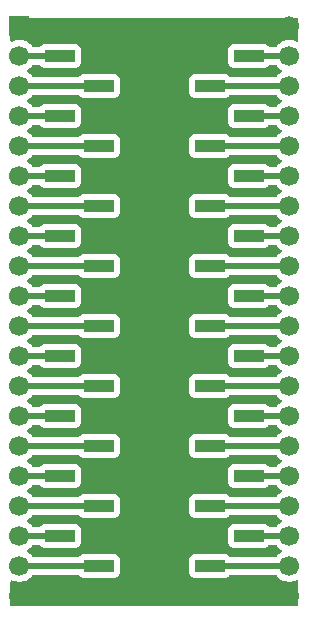
<source format=gbl>
G04 #@! TF.GenerationSoftware,KiCad,Pcbnew,9.0.6*
G04 #@! TF.CreationDate,2026-01-08T15:28:10-06:00*
G04 #@! TF.ProjectId,QFN-36_6x6_P0.5,51464e2d-3336-45f3-9678-365f50302e35,rev?*
G04 #@! TF.SameCoordinates,Original*
G04 #@! TF.FileFunction,Copper,L2,Bot*
G04 #@! TF.FilePolarity,Positive*
%FSLAX46Y46*%
G04 Gerber Fmt 4.6, Leading zero omitted, Abs format (unit mm)*
G04 Created by KiCad (PCBNEW 9.0.6) date 2026-01-08 15:28:10*
%MOMM*%
%LPD*%
G01*
G04 APERTURE LIST*
G04 Aperture macros list*
%AMRotRect*
0 Rectangle, with rotation*
0 The origin of the aperture is its center*
0 $1 length*
0 $2 width*
0 $3 Rotation angle, in degrees counterclockwise*
0 Add horizontal line*
21,1,$1,$2,0,0,$3*%
G04 Aperture macros list end*
G04 #@! TA.AperFunction,HeatsinkPad*
%ADD10C,0.500000*%
G04 #@! TD*
G04 #@! TA.AperFunction,HeatsinkPad*
%ADD11RotRect,2.500000X2.500000X315.000000*%
G04 #@! TD*
G04 #@! TA.AperFunction,SMDPad,CuDef*
%ADD12R,2.510000X1.000000*%
G04 #@! TD*
G04 #@! TA.AperFunction,ComponentPad*
%ADD13C,1.700000*%
G04 #@! TD*
G04 #@! TA.AperFunction,ComponentPad*
%ADD14R,1.700000X1.700000*%
G04 #@! TD*
G04 #@! TA.AperFunction,ViaPad*
%ADD15C,0.600000*%
G04 #@! TD*
G04 #@! TA.AperFunction,Conductor*
%ADD16C,0.500000*%
G04 #@! TD*
G04 APERTURE END LIST*
D10*
X102870000Y-111593210D03*
X102162893Y-112300317D03*
X101455786Y-113007424D03*
X103577107Y-112300317D03*
X102870000Y-113007424D03*
D11*
X102870000Y-113007424D03*
D10*
X102162893Y-113714531D03*
X104284214Y-113007424D03*
X103577107Y-113714531D03*
X102870000Y-114421638D03*
D12*
X107565000Y-90165000D03*
X110875000Y-92705000D03*
X107565000Y-95245000D03*
X110875000Y-97785000D03*
X107565000Y-100325000D03*
X110875000Y-102865000D03*
X107565000Y-105405000D03*
X110875000Y-107945000D03*
X107565000Y-110485000D03*
X110875000Y-113025000D03*
X107565000Y-115565000D03*
X110875000Y-118105000D03*
X107565000Y-120645000D03*
X110875000Y-123185000D03*
X107565000Y-125725000D03*
X110875000Y-128265000D03*
X107565000Y-130805000D03*
X110875000Y-133345000D03*
X107565000Y-135885000D03*
X110875000Y-138425000D03*
X98175000Y-90165000D03*
X94865000Y-92705000D03*
X98175000Y-95245000D03*
X94865000Y-97785000D03*
X98175000Y-100325000D03*
X94865000Y-102865000D03*
X98175000Y-105405000D03*
X94865000Y-107945000D03*
X98175000Y-110485000D03*
X94865000Y-113025000D03*
X98175000Y-115565000D03*
X94865000Y-118105000D03*
X98175000Y-120645000D03*
X94865000Y-123185000D03*
X98175000Y-125725000D03*
X94865000Y-128265000D03*
X98175000Y-130805000D03*
X94865000Y-133345000D03*
X98175000Y-135885000D03*
X94865000Y-138425000D03*
D13*
X114300000Y-90170000D03*
X114300000Y-92710000D03*
X114300000Y-95250000D03*
X114300000Y-97790000D03*
X114300000Y-100330000D03*
X114300000Y-102870000D03*
X114300000Y-105410000D03*
X114300000Y-107950000D03*
X114300000Y-110490000D03*
X114300000Y-113030000D03*
X114300000Y-115570000D03*
X114300000Y-118110000D03*
X114300000Y-120650000D03*
X114300000Y-123190000D03*
X114300000Y-125730000D03*
X114300000Y-128270000D03*
X114300000Y-130810000D03*
X114300000Y-133350000D03*
X114300000Y-135890000D03*
X114300000Y-138430000D03*
D14*
X91440000Y-90170000D03*
D13*
X91440000Y-92710000D03*
X91440000Y-95250000D03*
X91440000Y-97790000D03*
X91440000Y-100330000D03*
X91440000Y-102870000D03*
X91440000Y-105410000D03*
X91440000Y-107950000D03*
X91440000Y-110490000D03*
X91440000Y-113030000D03*
X91440000Y-115570000D03*
X91440000Y-118110000D03*
X91440000Y-120650000D03*
X91440000Y-123190000D03*
X91440000Y-125730000D03*
X91440000Y-128270000D03*
X91440000Y-130810000D03*
X91440000Y-133350000D03*
X91440000Y-135890000D03*
X91440000Y-138430000D03*
D15*
X102870000Y-93726000D03*
X102870000Y-133581424D03*
X102870000Y-108308424D03*
X102870000Y-117706424D03*
D16*
X114295000Y-92705000D02*
X114300000Y-92710000D01*
X110875000Y-92705000D02*
X114295000Y-92705000D01*
X107570000Y-95250000D02*
X107565000Y-95245000D01*
X114300000Y-95250000D02*
X107570000Y-95250000D01*
X114300000Y-97790000D02*
X110880000Y-97790000D01*
X110880000Y-97790000D02*
X110875000Y-97785000D01*
X107565000Y-100325000D02*
X114295000Y-100325000D01*
X114295000Y-100325000D02*
X114300000Y-100330000D01*
X114300000Y-102870000D02*
X110880000Y-102870000D01*
X110880000Y-102870000D02*
X110875000Y-102865000D01*
X114295000Y-105405000D02*
X114300000Y-105410000D01*
X107565000Y-105405000D02*
X114295000Y-105405000D01*
X110880000Y-107950000D02*
X110875000Y-107945000D01*
X114300000Y-107950000D02*
X110880000Y-107950000D01*
X114295000Y-110485000D02*
X114300000Y-110490000D01*
X107565000Y-110485000D02*
X114295000Y-110485000D01*
X110880000Y-113030000D02*
X110875000Y-113025000D01*
X114300000Y-113030000D02*
X110880000Y-113030000D01*
X114295000Y-115565000D02*
X114300000Y-115570000D01*
X107565000Y-115565000D02*
X114295000Y-115565000D01*
X114300000Y-118110000D02*
X110880000Y-118110000D01*
X110880000Y-118110000D02*
X110875000Y-118105000D01*
X107565000Y-120645000D02*
X114295000Y-120645000D01*
X114295000Y-120645000D02*
X114300000Y-120650000D01*
X110880000Y-123190000D02*
X110875000Y-123185000D01*
X114300000Y-123190000D02*
X110880000Y-123190000D01*
X114295000Y-125725000D02*
X114300000Y-125730000D01*
X107565000Y-125725000D02*
X114295000Y-125725000D01*
X114300000Y-128270000D02*
X110880000Y-128270000D01*
X110880000Y-128270000D02*
X110875000Y-128265000D01*
X114295000Y-130805000D02*
X114300000Y-130810000D01*
X107565000Y-130805000D02*
X114295000Y-130805000D01*
X110880000Y-133350000D02*
X110875000Y-133345000D01*
X114300000Y-133350000D02*
X110880000Y-133350000D01*
X114295000Y-135885000D02*
X114300000Y-135890000D01*
X107565000Y-135885000D02*
X114295000Y-135885000D01*
X98170000Y-135890000D02*
X98175000Y-135885000D01*
X91440000Y-135890000D02*
X98170000Y-135890000D01*
X91445000Y-133345000D02*
X91440000Y-133350000D01*
X94865000Y-133345000D02*
X91445000Y-133345000D01*
X98170000Y-130810000D02*
X98175000Y-130805000D01*
X91440000Y-130810000D02*
X98170000Y-130810000D01*
X91445000Y-128265000D02*
X91440000Y-128270000D01*
X94865000Y-128265000D02*
X91445000Y-128265000D01*
X98170000Y-125730000D02*
X98175000Y-125725000D01*
X91440000Y-125730000D02*
X98170000Y-125730000D01*
X94865000Y-123185000D02*
X91445000Y-123185000D01*
X91445000Y-123185000D02*
X91440000Y-123190000D01*
X98170000Y-120650000D02*
X98175000Y-120645000D01*
X91440000Y-120650000D02*
X98170000Y-120650000D01*
X91445000Y-118105000D02*
X91440000Y-118110000D01*
X94865000Y-118105000D02*
X91445000Y-118105000D01*
X98170000Y-115570000D02*
X98175000Y-115565000D01*
X91440000Y-115570000D02*
X98170000Y-115570000D01*
X91445000Y-113025000D02*
X91440000Y-113030000D01*
X94865000Y-113025000D02*
X91445000Y-113025000D01*
X98170000Y-110490000D02*
X98175000Y-110485000D01*
X91440000Y-110490000D02*
X98170000Y-110490000D01*
X94865000Y-107945000D02*
X91445000Y-107945000D01*
X91445000Y-107945000D02*
X91440000Y-107950000D01*
X98170000Y-105410000D02*
X98175000Y-105405000D01*
X91440000Y-105410000D02*
X98170000Y-105410000D01*
X91445000Y-138425000D02*
X91440000Y-138430000D01*
X94865000Y-138425000D02*
X91445000Y-138425000D01*
X110875000Y-138425000D02*
X94865000Y-138425000D01*
X110880000Y-138430000D02*
X110875000Y-138425000D01*
X114300000Y-138430000D02*
X110880000Y-138430000D01*
X114295000Y-90165000D02*
X114300000Y-90170000D01*
X107565000Y-90165000D02*
X114295000Y-90165000D01*
X98175000Y-90165000D02*
X107565000Y-90165000D01*
X91445000Y-102865000D02*
X91440000Y-102870000D01*
X94865000Y-102865000D02*
X91445000Y-102865000D01*
X98170000Y-100330000D02*
X98175000Y-100325000D01*
X91440000Y-100330000D02*
X98170000Y-100330000D01*
X91445000Y-97785000D02*
X91440000Y-97790000D01*
X94865000Y-97785000D02*
X91445000Y-97785000D01*
X98170000Y-95250000D02*
X98175000Y-95245000D01*
X91440000Y-95250000D02*
X98170000Y-95250000D01*
X91445000Y-92705000D02*
X91440000Y-92710000D01*
X94865000Y-92705000D02*
X91445000Y-92705000D01*
X98170000Y-90170000D02*
X98175000Y-90165000D01*
X91440000Y-90170000D02*
X98170000Y-90170000D01*
G04 #@! TA.AperFunction,Conductor*
G36*
X115012539Y-89524609D02*
G01*
X115058294Y-89577413D01*
X115069500Y-89628924D01*
X115069500Y-91384028D01*
X115049815Y-91451067D01*
X114997011Y-91496822D01*
X114927853Y-91506766D01*
X114889206Y-91494513D01*
X114818417Y-91458445D01*
X114818414Y-91458444D01*
X114818412Y-91458443D01*
X114616243Y-91392754D01*
X114616241Y-91392753D01*
X114616240Y-91392753D01*
X114454957Y-91367208D01*
X114406287Y-91359500D01*
X114193713Y-91359500D01*
X114145042Y-91367208D01*
X113983760Y-91392753D01*
X113781585Y-91458444D01*
X113592179Y-91554951D01*
X113420213Y-91679890D01*
X113269892Y-91830211D01*
X113216731Y-91903384D01*
X113161401Y-91946051D01*
X113116412Y-91954500D01*
X112629751Y-91954500D01*
X112562712Y-91934815D01*
X112530485Y-91904812D01*
X112487548Y-91847457D01*
X112487546Y-91847454D01*
X112487542Y-91847451D01*
X112372335Y-91761206D01*
X112372328Y-91761202D01*
X112237482Y-91710908D01*
X112237483Y-91710908D01*
X112177883Y-91704501D01*
X112177881Y-91704500D01*
X112177873Y-91704500D01*
X112177864Y-91704500D01*
X109572129Y-91704500D01*
X109572123Y-91704501D01*
X109512516Y-91710908D01*
X109377671Y-91761202D01*
X109377664Y-91761206D01*
X109262455Y-91847452D01*
X109262452Y-91847455D01*
X109176206Y-91962664D01*
X109176202Y-91962671D01*
X109125908Y-92097517D01*
X109119501Y-92157116D01*
X109119501Y-92157123D01*
X109119500Y-92157135D01*
X109119500Y-93252870D01*
X109119501Y-93252876D01*
X109125908Y-93312483D01*
X109176202Y-93447328D01*
X109176206Y-93447335D01*
X109262452Y-93562544D01*
X109262455Y-93562547D01*
X109377664Y-93648793D01*
X109377671Y-93648797D01*
X109512517Y-93699091D01*
X109512516Y-93699091D01*
X109519444Y-93699835D01*
X109572127Y-93705500D01*
X112177872Y-93705499D01*
X112237483Y-93699091D01*
X112372331Y-93648796D01*
X112487546Y-93562546D01*
X112514227Y-93526903D01*
X112530485Y-93505188D01*
X112586419Y-93463318D01*
X112629751Y-93455500D01*
X113109147Y-93455500D01*
X113176186Y-93475185D01*
X113209466Y-93506616D01*
X113269892Y-93589788D01*
X113420213Y-93740109D01*
X113592182Y-93865050D01*
X113600946Y-93869516D01*
X113651742Y-93917491D01*
X113668536Y-93985312D01*
X113645998Y-94051447D01*
X113600946Y-94090484D01*
X113592182Y-94094949D01*
X113420213Y-94219890D01*
X113269892Y-94370211D01*
X113213097Y-94448385D01*
X113157767Y-94491051D01*
X113112779Y-94499500D01*
X109323494Y-94499500D01*
X109256455Y-94479815D01*
X109224228Y-94449811D01*
X109177551Y-94387460D01*
X109177548Y-94387457D01*
X109177546Y-94387454D01*
X109177542Y-94387451D01*
X109062335Y-94301206D01*
X109062328Y-94301202D01*
X108927482Y-94250908D01*
X108927483Y-94250908D01*
X108867883Y-94244501D01*
X108867881Y-94244500D01*
X108867873Y-94244500D01*
X108867864Y-94244500D01*
X106262129Y-94244500D01*
X106262123Y-94244501D01*
X106202516Y-94250908D01*
X106067671Y-94301202D01*
X106067664Y-94301206D01*
X105952455Y-94387452D01*
X105952452Y-94387455D01*
X105866206Y-94502664D01*
X105866202Y-94502671D01*
X105815908Y-94637517D01*
X105809501Y-94697116D01*
X105809501Y-94697123D01*
X105809500Y-94697135D01*
X105809500Y-95792870D01*
X105809501Y-95792876D01*
X105815908Y-95852483D01*
X105866202Y-95987328D01*
X105866206Y-95987335D01*
X105952452Y-96102544D01*
X105952455Y-96102547D01*
X106067664Y-96188793D01*
X106067671Y-96188797D01*
X106202517Y-96239091D01*
X106202516Y-96239091D01*
X106209444Y-96239835D01*
X106262127Y-96245500D01*
X108867872Y-96245499D01*
X108927483Y-96239091D01*
X109062331Y-96188796D01*
X109177546Y-96102546D01*
X109216740Y-96050190D01*
X109272674Y-96008318D01*
X109316007Y-96000500D01*
X113112779Y-96000500D01*
X113179818Y-96020185D01*
X113213097Y-96051615D01*
X113269892Y-96129788D01*
X113420213Y-96280109D01*
X113592182Y-96405050D01*
X113600946Y-96409516D01*
X113651742Y-96457491D01*
X113668536Y-96525312D01*
X113645998Y-96591447D01*
X113600946Y-96630484D01*
X113592182Y-96634949D01*
X113420213Y-96759890D01*
X113269892Y-96910211D01*
X113213097Y-96988385D01*
X113157767Y-97031051D01*
X113112779Y-97039500D01*
X112633494Y-97039500D01*
X112566455Y-97019815D01*
X112534228Y-96989811D01*
X112487551Y-96927460D01*
X112487548Y-96927457D01*
X112487546Y-96927454D01*
X112487542Y-96927451D01*
X112372335Y-96841206D01*
X112372328Y-96841202D01*
X112237482Y-96790908D01*
X112237483Y-96790908D01*
X112177883Y-96784501D01*
X112177881Y-96784500D01*
X112177873Y-96784500D01*
X112177864Y-96784500D01*
X109572129Y-96784500D01*
X109572123Y-96784501D01*
X109512516Y-96790908D01*
X109377671Y-96841202D01*
X109377664Y-96841206D01*
X109262455Y-96927452D01*
X109262452Y-96927455D01*
X109176206Y-97042664D01*
X109176202Y-97042671D01*
X109125908Y-97177517D01*
X109119501Y-97237116D01*
X109119501Y-97237123D01*
X109119500Y-97237135D01*
X109119500Y-98332870D01*
X109119501Y-98332876D01*
X109125908Y-98392483D01*
X109176202Y-98527328D01*
X109176206Y-98527335D01*
X109262452Y-98642544D01*
X109262455Y-98642547D01*
X109377664Y-98728793D01*
X109377671Y-98728797D01*
X109512517Y-98779091D01*
X109512516Y-98779091D01*
X109519444Y-98779835D01*
X109572127Y-98785500D01*
X112177872Y-98785499D01*
X112237483Y-98779091D01*
X112372331Y-98728796D01*
X112487546Y-98642546D01*
X112526740Y-98590190D01*
X112582674Y-98548318D01*
X112626007Y-98540500D01*
X113112779Y-98540500D01*
X113179818Y-98560185D01*
X113213097Y-98591615D01*
X113269892Y-98669788D01*
X113420213Y-98820109D01*
X113592182Y-98945050D01*
X113600946Y-98949516D01*
X113651742Y-98997491D01*
X113668536Y-99065312D01*
X113645998Y-99131447D01*
X113600946Y-99170484D01*
X113592182Y-99174949D01*
X113420213Y-99299890D01*
X113269892Y-99450211D01*
X113216731Y-99523384D01*
X113161401Y-99566051D01*
X113116412Y-99574500D01*
X109319751Y-99574500D01*
X109252712Y-99554815D01*
X109220485Y-99524812D01*
X109177548Y-99467457D01*
X109177546Y-99467454D01*
X109177542Y-99467451D01*
X109062335Y-99381206D01*
X109062328Y-99381202D01*
X108927482Y-99330908D01*
X108927483Y-99330908D01*
X108867883Y-99324501D01*
X108867881Y-99324500D01*
X108867873Y-99324500D01*
X108867864Y-99324500D01*
X106262129Y-99324500D01*
X106262123Y-99324501D01*
X106202516Y-99330908D01*
X106067671Y-99381202D01*
X106067664Y-99381206D01*
X105952455Y-99467452D01*
X105952452Y-99467455D01*
X105866206Y-99582664D01*
X105866202Y-99582671D01*
X105815908Y-99717517D01*
X105809501Y-99777116D01*
X105809501Y-99777123D01*
X105809500Y-99777135D01*
X105809500Y-100872870D01*
X105809501Y-100872876D01*
X105815908Y-100932483D01*
X105866202Y-101067328D01*
X105866206Y-101067335D01*
X105952452Y-101182544D01*
X105952455Y-101182547D01*
X106067664Y-101268793D01*
X106067671Y-101268797D01*
X106202517Y-101319091D01*
X106202516Y-101319091D01*
X106209444Y-101319835D01*
X106262127Y-101325500D01*
X108867872Y-101325499D01*
X108927483Y-101319091D01*
X109062331Y-101268796D01*
X109177546Y-101182546D01*
X109204227Y-101146903D01*
X109220485Y-101125188D01*
X109276419Y-101083318D01*
X109319751Y-101075500D01*
X113109147Y-101075500D01*
X113176186Y-101095185D01*
X113209464Y-101126614D01*
X113213098Y-101131615D01*
X113269892Y-101209788D01*
X113420213Y-101360109D01*
X113592182Y-101485050D01*
X113600946Y-101489516D01*
X113651742Y-101537491D01*
X113668536Y-101605312D01*
X113645998Y-101671447D01*
X113600946Y-101710484D01*
X113592182Y-101714949D01*
X113420213Y-101839890D01*
X113269892Y-101990211D01*
X113213097Y-102068385D01*
X113157767Y-102111051D01*
X113112779Y-102119500D01*
X112633494Y-102119500D01*
X112566455Y-102099815D01*
X112534228Y-102069811D01*
X112487551Y-102007460D01*
X112487548Y-102007457D01*
X112487546Y-102007454D01*
X112487542Y-102007451D01*
X112372335Y-101921206D01*
X112372328Y-101921202D01*
X112237482Y-101870908D01*
X112237483Y-101870908D01*
X112177883Y-101864501D01*
X112177881Y-101864500D01*
X112177873Y-101864500D01*
X112177864Y-101864500D01*
X109572129Y-101864500D01*
X109572123Y-101864501D01*
X109512516Y-101870908D01*
X109377671Y-101921202D01*
X109377664Y-101921206D01*
X109262455Y-102007452D01*
X109262452Y-102007455D01*
X109176206Y-102122664D01*
X109176202Y-102122671D01*
X109125908Y-102257517D01*
X109119501Y-102317116D01*
X109119501Y-102317123D01*
X109119500Y-102317135D01*
X109119500Y-103412870D01*
X109119501Y-103412876D01*
X109125908Y-103472483D01*
X109176202Y-103607328D01*
X109176206Y-103607335D01*
X109262452Y-103722544D01*
X109262455Y-103722547D01*
X109377664Y-103808793D01*
X109377671Y-103808797D01*
X109512517Y-103859091D01*
X109512516Y-103859091D01*
X109519444Y-103859835D01*
X109572127Y-103865500D01*
X112177872Y-103865499D01*
X112237483Y-103859091D01*
X112372331Y-103808796D01*
X112487546Y-103722546D01*
X112526740Y-103670190D01*
X112582674Y-103628318D01*
X112626007Y-103620500D01*
X113112779Y-103620500D01*
X113179818Y-103640185D01*
X113213097Y-103671615D01*
X113269892Y-103749788D01*
X113420213Y-103900109D01*
X113592182Y-104025050D01*
X113600946Y-104029516D01*
X113651742Y-104077491D01*
X113668536Y-104145312D01*
X113645998Y-104211447D01*
X113600946Y-104250484D01*
X113592182Y-104254949D01*
X113420213Y-104379890D01*
X113269892Y-104530211D01*
X113216731Y-104603384D01*
X113161401Y-104646051D01*
X113116412Y-104654500D01*
X109319751Y-104654500D01*
X109252712Y-104634815D01*
X109220485Y-104604812D01*
X109177548Y-104547457D01*
X109177546Y-104547454D01*
X109177542Y-104547451D01*
X109062335Y-104461206D01*
X109062328Y-104461202D01*
X108927482Y-104410908D01*
X108927483Y-104410908D01*
X108867883Y-104404501D01*
X108867881Y-104404500D01*
X108867873Y-104404500D01*
X108867864Y-104404500D01*
X106262129Y-104404500D01*
X106262123Y-104404501D01*
X106202516Y-104410908D01*
X106067671Y-104461202D01*
X106067664Y-104461206D01*
X105952455Y-104547452D01*
X105952452Y-104547455D01*
X105866206Y-104662664D01*
X105866202Y-104662671D01*
X105815908Y-104797517D01*
X105809501Y-104857116D01*
X105809501Y-104857123D01*
X105809500Y-104857135D01*
X105809500Y-105952870D01*
X105809501Y-105952876D01*
X105815908Y-106012483D01*
X105866202Y-106147328D01*
X105866206Y-106147335D01*
X105952452Y-106262544D01*
X105952455Y-106262547D01*
X106067664Y-106348793D01*
X106067671Y-106348797D01*
X106202517Y-106399091D01*
X106202516Y-106399091D01*
X106209444Y-106399835D01*
X106262127Y-106405500D01*
X108867872Y-106405499D01*
X108927483Y-106399091D01*
X109062331Y-106348796D01*
X109177546Y-106262546D01*
X109204227Y-106226903D01*
X109220485Y-106205188D01*
X109276419Y-106163318D01*
X109319751Y-106155500D01*
X113109147Y-106155500D01*
X113176186Y-106175185D01*
X113209464Y-106206614D01*
X113213098Y-106211615D01*
X113269892Y-106289788D01*
X113420213Y-106440109D01*
X113592182Y-106565050D01*
X113600946Y-106569516D01*
X113651742Y-106617491D01*
X113668536Y-106685312D01*
X113645998Y-106751447D01*
X113600946Y-106790484D01*
X113592182Y-106794949D01*
X113420213Y-106919890D01*
X113269892Y-107070211D01*
X113213097Y-107148385D01*
X113157767Y-107191051D01*
X113112779Y-107199500D01*
X112633494Y-107199500D01*
X112566455Y-107179815D01*
X112534228Y-107149811D01*
X112487551Y-107087460D01*
X112487548Y-107087457D01*
X112487546Y-107087454D01*
X112487542Y-107087451D01*
X112372335Y-107001206D01*
X112372328Y-107001202D01*
X112237482Y-106950908D01*
X112237483Y-106950908D01*
X112177883Y-106944501D01*
X112177881Y-106944500D01*
X112177873Y-106944500D01*
X112177864Y-106944500D01*
X109572129Y-106944500D01*
X109572123Y-106944501D01*
X109512516Y-106950908D01*
X109377671Y-107001202D01*
X109377664Y-107001206D01*
X109262455Y-107087452D01*
X109262452Y-107087455D01*
X109176206Y-107202664D01*
X109176202Y-107202671D01*
X109125908Y-107337517D01*
X109119501Y-107397116D01*
X109119501Y-107397123D01*
X109119500Y-107397135D01*
X109119500Y-108492870D01*
X109119501Y-108492876D01*
X109125908Y-108552483D01*
X109176202Y-108687328D01*
X109176206Y-108687335D01*
X109262452Y-108802544D01*
X109262455Y-108802547D01*
X109377664Y-108888793D01*
X109377671Y-108888797D01*
X109512517Y-108939091D01*
X109512516Y-108939091D01*
X109519444Y-108939835D01*
X109572127Y-108945500D01*
X112177872Y-108945499D01*
X112237483Y-108939091D01*
X112372331Y-108888796D01*
X112487546Y-108802546D01*
X112526740Y-108750190D01*
X112582674Y-108708318D01*
X112626007Y-108700500D01*
X113112779Y-108700500D01*
X113179818Y-108720185D01*
X113213097Y-108751615D01*
X113269892Y-108829788D01*
X113420213Y-108980109D01*
X113592182Y-109105050D01*
X113600946Y-109109516D01*
X113651742Y-109157491D01*
X113668536Y-109225312D01*
X113645998Y-109291447D01*
X113600946Y-109330484D01*
X113592182Y-109334949D01*
X113420213Y-109459890D01*
X113269892Y-109610211D01*
X113216731Y-109683384D01*
X113161401Y-109726051D01*
X113116412Y-109734500D01*
X109319751Y-109734500D01*
X109252712Y-109714815D01*
X109220485Y-109684812D01*
X109177548Y-109627457D01*
X109177546Y-109627454D01*
X109177542Y-109627451D01*
X109062335Y-109541206D01*
X109062328Y-109541202D01*
X108927482Y-109490908D01*
X108927483Y-109490908D01*
X108867883Y-109484501D01*
X108867881Y-109484500D01*
X108867873Y-109484500D01*
X108867864Y-109484500D01*
X106262129Y-109484500D01*
X106262123Y-109484501D01*
X106202516Y-109490908D01*
X106067671Y-109541202D01*
X106067664Y-109541206D01*
X105952455Y-109627452D01*
X105952452Y-109627455D01*
X105866206Y-109742664D01*
X105866202Y-109742671D01*
X105815908Y-109877517D01*
X105809501Y-109937116D01*
X105809501Y-109937123D01*
X105809500Y-109937135D01*
X105809500Y-111032870D01*
X105809501Y-111032876D01*
X105815908Y-111092483D01*
X105866202Y-111227328D01*
X105866206Y-111227335D01*
X105952452Y-111342544D01*
X105952455Y-111342547D01*
X106067664Y-111428793D01*
X106067671Y-111428797D01*
X106202517Y-111479091D01*
X106202516Y-111479091D01*
X106209444Y-111479835D01*
X106262127Y-111485500D01*
X108867872Y-111485499D01*
X108927483Y-111479091D01*
X109062331Y-111428796D01*
X109177546Y-111342546D01*
X109204227Y-111306903D01*
X109220485Y-111285188D01*
X109276419Y-111243318D01*
X109319751Y-111235500D01*
X113109147Y-111235500D01*
X113176186Y-111255185D01*
X113209464Y-111286614D01*
X113213098Y-111291615D01*
X113269892Y-111369788D01*
X113420213Y-111520109D01*
X113592182Y-111645050D01*
X113600946Y-111649516D01*
X113651742Y-111697491D01*
X113668536Y-111765312D01*
X113645998Y-111831447D01*
X113600946Y-111870484D01*
X113592182Y-111874949D01*
X113420213Y-111999890D01*
X113269892Y-112150211D01*
X113213097Y-112228385D01*
X113157767Y-112271051D01*
X113112779Y-112279500D01*
X112633494Y-112279500D01*
X112566455Y-112259815D01*
X112534228Y-112229811D01*
X112487551Y-112167460D01*
X112487548Y-112167457D01*
X112487546Y-112167454D01*
X112487542Y-112167451D01*
X112372335Y-112081206D01*
X112372328Y-112081202D01*
X112237482Y-112030908D01*
X112237483Y-112030908D01*
X112177883Y-112024501D01*
X112177881Y-112024500D01*
X112177873Y-112024500D01*
X112177864Y-112024500D01*
X109572129Y-112024500D01*
X109572123Y-112024501D01*
X109512516Y-112030908D01*
X109377671Y-112081202D01*
X109377664Y-112081206D01*
X109262455Y-112167452D01*
X109262452Y-112167455D01*
X109176206Y-112282664D01*
X109176202Y-112282671D01*
X109125908Y-112417517D01*
X109119501Y-112477116D01*
X109119501Y-112477123D01*
X109119500Y-112477135D01*
X109119500Y-113572870D01*
X109119501Y-113572876D01*
X109125908Y-113632483D01*
X109176202Y-113767328D01*
X109176206Y-113767335D01*
X109262452Y-113882544D01*
X109262455Y-113882547D01*
X109377664Y-113968793D01*
X109377671Y-113968797D01*
X109512517Y-114019091D01*
X109512516Y-114019091D01*
X109519444Y-114019835D01*
X109572127Y-114025500D01*
X112177872Y-114025499D01*
X112237483Y-114019091D01*
X112372331Y-113968796D01*
X112487546Y-113882546D01*
X112526740Y-113830190D01*
X112582674Y-113788318D01*
X112626007Y-113780500D01*
X113112779Y-113780500D01*
X113179818Y-113800185D01*
X113213097Y-113831615D01*
X113269892Y-113909788D01*
X113420213Y-114060109D01*
X113592182Y-114185050D01*
X113600946Y-114189516D01*
X113651742Y-114237491D01*
X113668536Y-114305312D01*
X113645998Y-114371447D01*
X113600946Y-114410484D01*
X113592182Y-114414949D01*
X113420213Y-114539890D01*
X113269892Y-114690211D01*
X113216731Y-114763384D01*
X113161401Y-114806051D01*
X113116412Y-114814500D01*
X109319751Y-114814500D01*
X109252712Y-114794815D01*
X109220485Y-114764812D01*
X109177548Y-114707457D01*
X109177546Y-114707454D01*
X109177542Y-114707451D01*
X109062335Y-114621206D01*
X109062328Y-114621202D01*
X108927482Y-114570908D01*
X108927483Y-114570908D01*
X108867883Y-114564501D01*
X108867881Y-114564500D01*
X108867873Y-114564500D01*
X108867864Y-114564500D01*
X106262129Y-114564500D01*
X106262123Y-114564501D01*
X106202516Y-114570908D01*
X106067671Y-114621202D01*
X106067664Y-114621206D01*
X105952455Y-114707452D01*
X105952452Y-114707455D01*
X105866206Y-114822664D01*
X105866202Y-114822671D01*
X105815908Y-114957517D01*
X105809501Y-115017116D01*
X105809501Y-115017123D01*
X105809500Y-115017135D01*
X105809500Y-116112870D01*
X105809501Y-116112876D01*
X105815908Y-116172483D01*
X105866202Y-116307328D01*
X105866206Y-116307335D01*
X105952452Y-116422544D01*
X105952455Y-116422547D01*
X106067664Y-116508793D01*
X106067671Y-116508797D01*
X106202517Y-116559091D01*
X106202516Y-116559091D01*
X106209444Y-116559835D01*
X106262127Y-116565500D01*
X108867872Y-116565499D01*
X108927483Y-116559091D01*
X109062331Y-116508796D01*
X109177546Y-116422546D01*
X109204227Y-116386903D01*
X109220485Y-116365188D01*
X109276419Y-116323318D01*
X109319751Y-116315500D01*
X113109147Y-116315500D01*
X113176186Y-116335185D01*
X113209464Y-116366614D01*
X113213098Y-116371615D01*
X113269892Y-116449788D01*
X113420213Y-116600109D01*
X113592182Y-116725050D01*
X113600946Y-116729516D01*
X113651742Y-116777491D01*
X113668536Y-116845312D01*
X113645998Y-116911447D01*
X113600946Y-116950484D01*
X113592182Y-116954949D01*
X113420213Y-117079890D01*
X113269892Y-117230211D01*
X113213097Y-117308385D01*
X113157767Y-117351051D01*
X113112779Y-117359500D01*
X112633494Y-117359500D01*
X112566455Y-117339815D01*
X112534228Y-117309811D01*
X112487551Y-117247460D01*
X112487548Y-117247457D01*
X112487546Y-117247454D01*
X112487542Y-117247451D01*
X112372335Y-117161206D01*
X112372328Y-117161202D01*
X112237482Y-117110908D01*
X112237483Y-117110908D01*
X112177883Y-117104501D01*
X112177881Y-117104500D01*
X112177873Y-117104500D01*
X112177864Y-117104500D01*
X109572129Y-117104500D01*
X109572123Y-117104501D01*
X109512516Y-117110908D01*
X109377671Y-117161202D01*
X109377664Y-117161206D01*
X109262455Y-117247452D01*
X109262452Y-117247455D01*
X109176206Y-117362664D01*
X109176202Y-117362671D01*
X109125908Y-117497517D01*
X109119501Y-117557116D01*
X109119501Y-117557123D01*
X109119500Y-117557135D01*
X109119500Y-118652870D01*
X109119501Y-118652876D01*
X109125908Y-118712483D01*
X109176202Y-118847328D01*
X109176206Y-118847335D01*
X109262452Y-118962544D01*
X109262455Y-118962547D01*
X109377664Y-119048793D01*
X109377671Y-119048797D01*
X109512517Y-119099091D01*
X109512516Y-119099091D01*
X109519444Y-119099835D01*
X109572127Y-119105500D01*
X112177872Y-119105499D01*
X112237483Y-119099091D01*
X112372331Y-119048796D01*
X112487546Y-118962546D01*
X112526740Y-118910190D01*
X112582674Y-118868318D01*
X112626007Y-118860500D01*
X113112779Y-118860500D01*
X113179818Y-118880185D01*
X113213097Y-118911615D01*
X113269892Y-118989788D01*
X113420213Y-119140109D01*
X113592182Y-119265050D01*
X113600946Y-119269516D01*
X113651742Y-119317491D01*
X113668536Y-119385312D01*
X113645998Y-119451447D01*
X113600946Y-119490484D01*
X113592182Y-119494949D01*
X113420213Y-119619890D01*
X113269892Y-119770211D01*
X113216731Y-119843384D01*
X113161401Y-119886051D01*
X113116412Y-119894500D01*
X109319751Y-119894500D01*
X109252712Y-119874815D01*
X109220485Y-119844812D01*
X109177548Y-119787457D01*
X109177546Y-119787454D01*
X109177542Y-119787451D01*
X109062335Y-119701206D01*
X109062328Y-119701202D01*
X108927482Y-119650908D01*
X108927483Y-119650908D01*
X108867883Y-119644501D01*
X108867881Y-119644500D01*
X108867873Y-119644500D01*
X108867864Y-119644500D01*
X106262129Y-119644500D01*
X106262123Y-119644501D01*
X106202516Y-119650908D01*
X106067671Y-119701202D01*
X106067664Y-119701206D01*
X105952455Y-119787452D01*
X105952452Y-119787455D01*
X105866206Y-119902664D01*
X105866202Y-119902671D01*
X105815908Y-120037517D01*
X105809501Y-120097116D01*
X105809501Y-120097123D01*
X105809500Y-120097135D01*
X105809500Y-121192870D01*
X105809501Y-121192876D01*
X105815908Y-121252483D01*
X105866202Y-121387328D01*
X105866206Y-121387335D01*
X105952452Y-121502544D01*
X105952455Y-121502547D01*
X106067664Y-121588793D01*
X106067671Y-121588797D01*
X106202517Y-121639091D01*
X106202516Y-121639091D01*
X106209444Y-121639835D01*
X106262127Y-121645500D01*
X108867872Y-121645499D01*
X108927483Y-121639091D01*
X109062331Y-121588796D01*
X109177546Y-121502546D01*
X109204227Y-121466903D01*
X109220485Y-121445188D01*
X109276419Y-121403318D01*
X109319751Y-121395500D01*
X113109147Y-121395500D01*
X113176186Y-121415185D01*
X113209464Y-121446614D01*
X113213098Y-121451615D01*
X113269892Y-121529788D01*
X113420213Y-121680109D01*
X113592182Y-121805050D01*
X113600946Y-121809516D01*
X113651742Y-121857491D01*
X113668536Y-121925312D01*
X113645998Y-121991447D01*
X113600946Y-122030484D01*
X113592182Y-122034949D01*
X113420213Y-122159890D01*
X113269892Y-122310211D01*
X113213097Y-122388385D01*
X113157767Y-122431051D01*
X113112779Y-122439500D01*
X112633494Y-122439500D01*
X112566455Y-122419815D01*
X112534228Y-122389811D01*
X112487551Y-122327460D01*
X112487548Y-122327457D01*
X112487546Y-122327454D01*
X112487542Y-122327451D01*
X112372335Y-122241206D01*
X112372328Y-122241202D01*
X112237482Y-122190908D01*
X112237483Y-122190908D01*
X112177883Y-122184501D01*
X112177881Y-122184500D01*
X112177873Y-122184500D01*
X112177864Y-122184500D01*
X109572129Y-122184500D01*
X109572123Y-122184501D01*
X109512516Y-122190908D01*
X109377671Y-122241202D01*
X109377664Y-122241206D01*
X109262455Y-122327452D01*
X109262452Y-122327455D01*
X109176206Y-122442664D01*
X109176202Y-122442671D01*
X109125908Y-122577517D01*
X109119501Y-122637116D01*
X109119501Y-122637123D01*
X109119500Y-122637135D01*
X109119500Y-123732870D01*
X109119501Y-123732876D01*
X109125908Y-123792483D01*
X109176202Y-123927328D01*
X109176206Y-123927335D01*
X109262452Y-124042544D01*
X109262455Y-124042547D01*
X109377664Y-124128793D01*
X109377671Y-124128797D01*
X109512517Y-124179091D01*
X109512516Y-124179091D01*
X109519444Y-124179835D01*
X109572127Y-124185500D01*
X112177872Y-124185499D01*
X112237483Y-124179091D01*
X112372331Y-124128796D01*
X112487546Y-124042546D01*
X112526740Y-123990190D01*
X112582674Y-123948318D01*
X112626007Y-123940500D01*
X113112779Y-123940500D01*
X113179818Y-123960185D01*
X113213097Y-123991615D01*
X113269892Y-124069788D01*
X113420213Y-124220109D01*
X113592182Y-124345050D01*
X113600946Y-124349516D01*
X113651742Y-124397491D01*
X113668536Y-124465312D01*
X113645998Y-124531447D01*
X113600946Y-124570484D01*
X113592182Y-124574949D01*
X113420213Y-124699890D01*
X113269892Y-124850211D01*
X113216731Y-124923384D01*
X113161401Y-124966051D01*
X113116412Y-124974500D01*
X109319751Y-124974500D01*
X109252712Y-124954815D01*
X109220485Y-124924812D01*
X109177548Y-124867457D01*
X109177546Y-124867454D01*
X109177542Y-124867451D01*
X109062335Y-124781206D01*
X109062328Y-124781202D01*
X108927482Y-124730908D01*
X108927483Y-124730908D01*
X108867883Y-124724501D01*
X108867881Y-124724500D01*
X108867873Y-124724500D01*
X108867864Y-124724500D01*
X106262129Y-124724500D01*
X106262123Y-124724501D01*
X106202516Y-124730908D01*
X106067671Y-124781202D01*
X106067664Y-124781206D01*
X105952455Y-124867452D01*
X105952452Y-124867455D01*
X105866206Y-124982664D01*
X105866202Y-124982671D01*
X105815908Y-125117517D01*
X105809501Y-125177116D01*
X105809501Y-125177123D01*
X105809500Y-125177135D01*
X105809500Y-126272870D01*
X105809501Y-126272876D01*
X105815908Y-126332483D01*
X105866202Y-126467328D01*
X105866206Y-126467335D01*
X105952452Y-126582544D01*
X105952455Y-126582547D01*
X106067664Y-126668793D01*
X106067671Y-126668797D01*
X106202517Y-126719091D01*
X106202516Y-126719091D01*
X106209444Y-126719835D01*
X106262127Y-126725500D01*
X108867872Y-126725499D01*
X108927483Y-126719091D01*
X109062331Y-126668796D01*
X109177546Y-126582546D01*
X109204227Y-126546903D01*
X109220485Y-126525188D01*
X109276419Y-126483318D01*
X109319751Y-126475500D01*
X113109147Y-126475500D01*
X113176186Y-126495185D01*
X113209464Y-126526614D01*
X113213098Y-126531615D01*
X113269892Y-126609788D01*
X113420213Y-126760109D01*
X113592182Y-126885050D01*
X113600946Y-126889516D01*
X113651742Y-126937491D01*
X113668536Y-127005312D01*
X113645998Y-127071447D01*
X113600946Y-127110484D01*
X113592182Y-127114949D01*
X113420213Y-127239890D01*
X113269892Y-127390211D01*
X113213097Y-127468385D01*
X113157767Y-127511051D01*
X113112779Y-127519500D01*
X112633494Y-127519500D01*
X112566455Y-127499815D01*
X112534228Y-127469811D01*
X112487551Y-127407460D01*
X112487548Y-127407457D01*
X112487546Y-127407454D01*
X112487542Y-127407451D01*
X112372335Y-127321206D01*
X112372328Y-127321202D01*
X112237482Y-127270908D01*
X112237483Y-127270908D01*
X112177883Y-127264501D01*
X112177881Y-127264500D01*
X112177873Y-127264500D01*
X112177864Y-127264500D01*
X109572129Y-127264500D01*
X109572123Y-127264501D01*
X109512516Y-127270908D01*
X109377671Y-127321202D01*
X109377664Y-127321206D01*
X109262455Y-127407452D01*
X109262452Y-127407455D01*
X109176206Y-127522664D01*
X109176202Y-127522671D01*
X109125908Y-127657517D01*
X109119501Y-127717116D01*
X109119501Y-127717123D01*
X109119500Y-127717135D01*
X109119500Y-128812870D01*
X109119501Y-128812876D01*
X109125908Y-128872483D01*
X109176202Y-129007328D01*
X109176206Y-129007335D01*
X109262452Y-129122544D01*
X109262455Y-129122547D01*
X109377664Y-129208793D01*
X109377671Y-129208797D01*
X109512517Y-129259091D01*
X109512516Y-129259091D01*
X109519444Y-129259835D01*
X109572127Y-129265500D01*
X112177872Y-129265499D01*
X112237483Y-129259091D01*
X112372331Y-129208796D01*
X112487546Y-129122546D01*
X112526740Y-129070190D01*
X112582674Y-129028318D01*
X112626007Y-129020500D01*
X113112779Y-129020500D01*
X113179818Y-129040185D01*
X113213097Y-129071615D01*
X113269892Y-129149788D01*
X113420213Y-129300109D01*
X113592182Y-129425050D01*
X113600946Y-129429516D01*
X113651742Y-129477491D01*
X113668536Y-129545312D01*
X113645998Y-129611447D01*
X113600946Y-129650484D01*
X113592182Y-129654949D01*
X113420213Y-129779890D01*
X113269892Y-129930211D01*
X113216731Y-130003384D01*
X113161401Y-130046051D01*
X113116412Y-130054500D01*
X109319751Y-130054500D01*
X109252712Y-130034815D01*
X109220485Y-130004812D01*
X109177548Y-129947457D01*
X109177546Y-129947454D01*
X109177542Y-129947451D01*
X109062335Y-129861206D01*
X109062328Y-129861202D01*
X108927482Y-129810908D01*
X108927483Y-129810908D01*
X108867883Y-129804501D01*
X108867881Y-129804500D01*
X108867873Y-129804500D01*
X108867864Y-129804500D01*
X106262129Y-129804500D01*
X106262123Y-129804501D01*
X106202516Y-129810908D01*
X106067671Y-129861202D01*
X106067664Y-129861206D01*
X105952455Y-129947452D01*
X105952452Y-129947455D01*
X105866206Y-130062664D01*
X105866202Y-130062671D01*
X105815908Y-130197517D01*
X105809501Y-130257116D01*
X105809501Y-130257123D01*
X105809500Y-130257135D01*
X105809500Y-131352870D01*
X105809501Y-131352876D01*
X105815908Y-131412483D01*
X105866202Y-131547328D01*
X105866206Y-131547335D01*
X105952452Y-131662544D01*
X105952455Y-131662547D01*
X106067664Y-131748793D01*
X106067671Y-131748797D01*
X106202517Y-131799091D01*
X106202516Y-131799091D01*
X106209444Y-131799835D01*
X106262127Y-131805500D01*
X108867872Y-131805499D01*
X108927483Y-131799091D01*
X109062331Y-131748796D01*
X109177546Y-131662546D01*
X109204227Y-131626903D01*
X109220485Y-131605188D01*
X109276419Y-131563318D01*
X109319751Y-131555500D01*
X113109147Y-131555500D01*
X113176186Y-131575185D01*
X113209464Y-131606614D01*
X113213098Y-131611615D01*
X113269892Y-131689788D01*
X113420213Y-131840109D01*
X113592182Y-131965050D01*
X113600946Y-131969516D01*
X113651742Y-132017491D01*
X113668536Y-132085312D01*
X113645998Y-132151447D01*
X113600946Y-132190484D01*
X113592182Y-132194949D01*
X113420213Y-132319890D01*
X113269892Y-132470211D01*
X113213097Y-132548385D01*
X113157767Y-132591051D01*
X113112779Y-132599500D01*
X112633494Y-132599500D01*
X112566455Y-132579815D01*
X112534228Y-132549811D01*
X112487551Y-132487460D01*
X112487548Y-132487457D01*
X112487546Y-132487454D01*
X112487542Y-132487451D01*
X112372335Y-132401206D01*
X112372328Y-132401202D01*
X112237482Y-132350908D01*
X112237483Y-132350908D01*
X112177883Y-132344501D01*
X112177881Y-132344500D01*
X112177873Y-132344500D01*
X112177864Y-132344500D01*
X109572129Y-132344500D01*
X109572123Y-132344501D01*
X109512516Y-132350908D01*
X109377671Y-132401202D01*
X109377664Y-132401206D01*
X109262455Y-132487452D01*
X109262452Y-132487455D01*
X109176206Y-132602664D01*
X109176202Y-132602671D01*
X109125908Y-132737517D01*
X109119501Y-132797116D01*
X109119501Y-132797123D01*
X109119500Y-132797135D01*
X109119500Y-133892870D01*
X109119501Y-133892876D01*
X109125908Y-133952483D01*
X109176202Y-134087328D01*
X109176206Y-134087335D01*
X109262452Y-134202544D01*
X109262455Y-134202547D01*
X109377664Y-134288793D01*
X109377671Y-134288797D01*
X109512517Y-134339091D01*
X109512516Y-134339091D01*
X109519444Y-134339835D01*
X109572127Y-134345500D01*
X112177872Y-134345499D01*
X112237483Y-134339091D01*
X112372331Y-134288796D01*
X112487546Y-134202546D01*
X112526740Y-134150190D01*
X112582674Y-134108318D01*
X112626007Y-134100500D01*
X113112779Y-134100500D01*
X113179818Y-134120185D01*
X113213097Y-134151615D01*
X113269892Y-134229788D01*
X113420213Y-134380109D01*
X113592182Y-134505050D01*
X113600946Y-134509516D01*
X113651742Y-134557491D01*
X113668536Y-134625312D01*
X113645998Y-134691447D01*
X113600946Y-134730484D01*
X113592182Y-134734949D01*
X113420213Y-134859890D01*
X113269892Y-135010211D01*
X113216731Y-135083384D01*
X113161401Y-135126051D01*
X113116412Y-135134500D01*
X109319751Y-135134500D01*
X109252712Y-135114815D01*
X109220485Y-135084812D01*
X109177548Y-135027457D01*
X109177546Y-135027454D01*
X109177542Y-135027451D01*
X109062335Y-134941206D01*
X109062328Y-134941202D01*
X108927482Y-134890908D01*
X108927483Y-134890908D01*
X108867883Y-134884501D01*
X108867881Y-134884500D01*
X108867873Y-134884500D01*
X108867864Y-134884500D01*
X106262129Y-134884500D01*
X106262123Y-134884501D01*
X106202516Y-134890908D01*
X106067671Y-134941202D01*
X106067664Y-134941206D01*
X105952455Y-135027452D01*
X105952452Y-135027455D01*
X105866206Y-135142664D01*
X105866202Y-135142671D01*
X105815908Y-135277517D01*
X105809501Y-135337116D01*
X105809501Y-135337123D01*
X105809500Y-135337135D01*
X105809500Y-136432870D01*
X105809501Y-136432876D01*
X105815908Y-136492483D01*
X105866202Y-136627328D01*
X105866206Y-136627335D01*
X105952452Y-136742544D01*
X105952455Y-136742547D01*
X106067664Y-136828793D01*
X106067671Y-136828797D01*
X106202517Y-136879091D01*
X106202516Y-136879091D01*
X106209444Y-136879835D01*
X106262127Y-136885500D01*
X108867872Y-136885499D01*
X108927483Y-136879091D01*
X109062331Y-136828796D01*
X109177546Y-136742546D01*
X109204227Y-136706903D01*
X109220485Y-136685188D01*
X109276419Y-136643318D01*
X109319751Y-136635500D01*
X113109147Y-136635500D01*
X113176186Y-136655185D01*
X113209464Y-136686614D01*
X113213098Y-136691615D01*
X113269892Y-136769788D01*
X113420213Y-136920109D01*
X113592179Y-137045048D01*
X113592181Y-137045049D01*
X113592184Y-137045051D01*
X113781588Y-137141557D01*
X113983757Y-137207246D01*
X114193713Y-137240500D01*
X114193714Y-137240500D01*
X114406286Y-137240500D01*
X114406287Y-137240500D01*
X114616243Y-137207246D01*
X114818412Y-137141557D01*
X114889205Y-137105485D01*
X114957874Y-137092590D01*
X115022614Y-137118866D01*
X115062872Y-137175972D01*
X115069500Y-137215971D01*
X115069500Y-139179924D01*
X115049815Y-139246963D01*
X114997011Y-139292718D01*
X114945500Y-139303924D01*
X90794500Y-139303924D01*
X90727461Y-139284239D01*
X90681706Y-139231435D01*
X90670500Y-139179924D01*
X90670500Y-137215971D01*
X90690185Y-137148932D01*
X90742989Y-137103177D01*
X90812147Y-137093233D01*
X90850793Y-137105485D01*
X90921588Y-137141557D01*
X91123757Y-137207246D01*
X91333713Y-137240500D01*
X91333714Y-137240500D01*
X91546286Y-137240500D01*
X91546287Y-137240500D01*
X91756243Y-137207246D01*
X91958412Y-137141557D01*
X92147816Y-137045051D01*
X92169789Y-137029086D01*
X92319786Y-136920109D01*
X92319788Y-136920106D01*
X92319792Y-136920104D01*
X92470104Y-136769792D01*
X92489898Y-136742548D01*
X92526903Y-136691615D01*
X92582233Y-136648949D01*
X92627221Y-136640500D01*
X96423993Y-136640500D01*
X96491032Y-136660185D01*
X96523260Y-136690190D01*
X96562449Y-136742541D01*
X96562452Y-136742544D01*
X96562454Y-136742546D01*
X96562457Y-136742548D01*
X96677664Y-136828793D01*
X96677671Y-136828797D01*
X96812517Y-136879091D01*
X96812516Y-136879091D01*
X96819444Y-136879835D01*
X96872127Y-136885500D01*
X99477872Y-136885499D01*
X99537483Y-136879091D01*
X99672331Y-136828796D01*
X99787546Y-136742546D01*
X99873796Y-136627331D01*
X99924091Y-136492483D01*
X99930500Y-136432873D01*
X99930499Y-135337128D01*
X99924091Y-135277517D01*
X99873796Y-135142669D01*
X99873795Y-135142668D01*
X99873793Y-135142664D01*
X99787547Y-135027455D01*
X99787544Y-135027452D01*
X99672335Y-134941206D01*
X99672328Y-134941202D01*
X99537482Y-134890908D01*
X99537483Y-134890908D01*
X99477883Y-134884501D01*
X99477881Y-134884500D01*
X99477873Y-134884500D01*
X99477864Y-134884500D01*
X96872129Y-134884500D01*
X96872123Y-134884501D01*
X96812516Y-134890908D01*
X96677671Y-134941202D01*
X96677664Y-134941206D01*
X96562457Y-135027451D01*
X96562448Y-135027460D01*
X96515772Y-135089811D01*
X96459838Y-135131682D01*
X96416506Y-135139500D01*
X92627221Y-135139500D01*
X92560182Y-135119815D01*
X92526903Y-135088385D01*
X92470107Y-135010211D01*
X92319786Y-134859890D01*
X92147820Y-134734951D01*
X92147115Y-134734591D01*
X92139054Y-134730485D01*
X92088259Y-134682512D01*
X92071463Y-134614692D01*
X92093999Y-134548556D01*
X92139054Y-134509515D01*
X92147816Y-134505051D01*
X92169789Y-134489086D01*
X92319786Y-134380109D01*
X92319788Y-134380106D01*
X92319792Y-134380104D01*
X92470104Y-134229792D01*
X92530534Y-134146615D01*
X92585863Y-134103949D01*
X92630853Y-134095500D01*
X93110249Y-134095500D01*
X93177288Y-134115185D01*
X93209515Y-134145188D01*
X93252450Y-134202541D01*
X93252454Y-134202546D01*
X93252457Y-134202548D01*
X93367664Y-134288793D01*
X93367671Y-134288797D01*
X93502517Y-134339091D01*
X93502516Y-134339091D01*
X93509444Y-134339835D01*
X93562127Y-134345500D01*
X96167872Y-134345499D01*
X96227483Y-134339091D01*
X96362331Y-134288796D01*
X96477546Y-134202546D01*
X96563796Y-134087331D01*
X96614091Y-133952483D01*
X96620500Y-133892873D01*
X96620499Y-132797128D01*
X96614091Y-132737517D01*
X96563796Y-132602669D01*
X96563795Y-132602668D01*
X96563793Y-132602664D01*
X96477547Y-132487455D01*
X96477544Y-132487452D01*
X96362335Y-132401206D01*
X96362328Y-132401202D01*
X96227482Y-132350908D01*
X96227483Y-132350908D01*
X96167883Y-132344501D01*
X96167881Y-132344500D01*
X96167873Y-132344500D01*
X96167864Y-132344500D01*
X93562129Y-132344500D01*
X93562123Y-132344501D01*
X93502516Y-132350908D01*
X93367671Y-132401202D01*
X93367664Y-132401206D01*
X93252457Y-132487451D01*
X93252451Y-132487457D01*
X93209515Y-132544812D01*
X93153581Y-132586682D01*
X93110249Y-132594500D01*
X92623588Y-132594500D01*
X92556549Y-132574815D01*
X92523269Y-132543384D01*
X92470107Y-132470211D01*
X92319786Y-132319890D01*
X92147820Y-132194951D01*
X92147115Y-132194591D01*
X92139054Y-132190485D01*
X92088259Y-132142512D01*
X92071463Y-132074692D01*
X92093999Y-132008556D01*
X92139054Y-131969515D01*
X92147816Y-131965051D01*
X92169789Y-131949086D01*
X92319786Y-131840109D01*
X92319788Y-131840106D01*
X92319792Y-131840104D01*
X92470104Y-131689792D01*
X92489898Y-131662548D01*
X92526903Y-131611615D01*
X92582233Y-131568949D01*
X92627221Y-131560500D01*
X96423993Y-131560500D01*
X96491032Y-131580185D01*
X96523260Y-131610190D01*
X96562449Y-131662541D01*
X96562452Y-131662544D01*
X96562454Y-131662546D01*
X96562457Y-131662548D01*
X96677664Y-131748793D01*
X96677671Y-131748797D01*
X96812517Y-131799091D01*
X96812516Y-131799091D01*
X96819444Y-131799835D01*
X96872127Y-131805500D01*
X99477872Y-131805499D01*
X99537483Y-131799091D01*
X99672331Y-131748796D01*
X99787546Y-131662546D01*
X99873796Y-131547331D01*
X99924091Y-131412483D01*
X99930500Y-131352873D01*
X99930499Y-130257128D01*
X99924091Y-130197517D01*
X99873796Y-130062669D01*
X99873795Y-130062668D01*
X99873793Y-130062664D01*
X99787547Y-129947455D01*
X99787544Y-129947452D01*
X99672335Y-129861206D01*
X99672328Y-129861202D01*
X99537482Y-129810908D01*
X99537483Y-129810908D01*
X99477883Y-129804501D01*
X99477881Y-129804500D01*
X99477873Y-129804500D01*
X99477864Y-129804500D01*
X96872129Y-129804500D01*
X96872123Y-129804501D01*
X96812516Y-129810908D01*
X96677671Y-129861202D01*
X96677664Y-129861206D01*
X96562457Y-129947451D01*
X96562448Y-129947460D01*
X96515772Y-130009811D01*
X96459838Y-130051682D01*
X96416506Y-130059500D01*
X92627221Y-130059500D01*
X92560182Y-130039815D01*
X92526903Y-130008385D01*
X92470107Y-129930211D01*
X92319786Y-129779890D01*
X92147820Y-129654951D01*
X92147115Y-129654591D01*
X92139054Y-129650485D01*
X92088259Y-129602512D01*
X92071463Y-129534692D01*
X92093999Y-129468556D01*
X92139054Y-129429515D01*
X92147816Y-129425051D01*
X92169789Y-129409086D01*
X92319786Y-129300109D01*
X92319788Y-129300106D01*
X92319792Y-129300104D01*
X92470104Y-129149792D01*
X92530534Y-129066615D01*
X92585863Y-129023949D01*
X92630853Y-129015500D01*
X93110249Y-129015500D01*
X93177288Y-129035185D01*
X93209515Y-129065188D01*
X93252450Y-129122541D01*
X93252454Y-129122546D01*
X93252457Y-129122548D01*
X93367664Y-129208793D01*
X93367671Y-129208797D01*
X93502517Y-129259091D01*
X93502516Y-129259091D01*
X93509444Y-129259835D01*
X93562127Y-129265500D01*
X96167872Y-129265499D01*
X96227483Y-129259091D01*
X96362331Y-129208796D01*
X96477546Y-129122546D01*
X96563796Y-129007331D01*
X96614091Y-128872483D01*
X96620500Y-128812873D01*
X96620499Y-127717128D01*
X96614091Y-127657517D01*
X96563796Y-127522669D01*
X96563795Y-127522668D01*
X96563793Y-127522664D01*
X96477547Y-127407455D01*
X96477544Y-127407452D01*
X96362335Y-127321206D01*
X96362328Y-127321202D01*
X96227482Y-127270908D01*
X96227483Y-127270908D01*
X96167883Y-127264501D01*
X96167881Y-127264500D01*
X96167873Y-127264500D01*
X96167864Y-127264500D01*
X93562129Y-127264500D01*
X93562123Y-127264501D01*
X93502516Y-127270908D01*
X93367671Y-127321202D01*
X93367664Y-127321206D01*
X93252457Y-127407451D01*
X93252451Y-127407457D01*
X93209515Y-127464812D01*
X93153581Y-127506682D01*
X93110249Y-127514500D01*
X92623588Y-127514500D01*
X92556549Y-127494815D01*
X92523269Y-127463384D01*
X92470107Y-127390211D01*
X92319786Y-127239890D01*
X92147820Y-127114951D01*
X92147115Y-127114591D01*
X92139054Y-127110485D01*
X92088259Y-127062512D01*
X92071463Y-126994692D01*
X92093999Y-126928556D01*
X92139054Y-126889515D01*
X92147816Y-126885051D01*
X92169789Y-126869086D01*
X92319786Y-126760109D01*
X92319788Y-126760106D01*
X92319792Y-126760104D01*
X92470104Y-126609792D01*
X92489898Y-126582548D01*
X92526903Y-126531615D01*
X92582233Y-126488949D01*
X92627221Y-126480500D01*
X96423993Y-126480500D01*
X96491032Y-126500185D01*
X96523260Y-126530190D01*
X96562449Y-126582541D01*
X96562452Y-126582544D01*
X96562454Y-126582546D01*
X96562457Y-126582548D01*
X96677664Y-126668793D01*
X96677671Y-126668797D01*
X96812517Y-126719091D01*
X96812516Y-126719091D01*
X96819444Y-126719835D01*
X96872127Y-126725500D01*
X99477872Y-126725499D01*
X99537483Y-126719091D01*
X99672331Y-126668796D01*
X99787546Y-126582546D01*
X99873796Y-126467331D01*
X99924091Y-126332483D01*
X99930500Y-126272873D01*
X99930499Y-125177128D01*
X99924091Y-125117517D01*
X99873796Y-124982669D01*
X99873795Y-124982668D01*
X99873793Y-124982664D01*
X99787547Y-124867455D01*
X99787544Y-124867452D01*
X99672335Y-124781206D01*
X99672328Y-124781202D01*
X99537482Y-124730908D01*
X99537483Y-124730908D01*
X99477883Y-124724501D01*
X99477881Y-124724500D01*
X99477873Y-124724500D01*
X99477864Y-124724500D01*
X96872129Y-124724500D01*
X96872123Y-124724501D01*
X96812516Y-124730908D01*
X96677671Y-124781202D01*
X96677664Y-124781206D01*
X96562457Y-124867451D01*
X96562448Y-124867460D01*
X96515772Y-124929811D01*
X96459838Y-124971682D01*
X96416506Y-124979500D01*
X92627221Y-124979500D01*
X92560182Y-124959815D01*
X92526903Y-124928385D01*
X92470107Y-124850211D01*
X92319786Y-124699890D01*
X92147820Y-124574951D01*
X92147115Y-124574591D01*
X92139054Y-124570485D01*
X92088259Y-124522512D01*
X92071463Y-124454692D01*
X92093999Y-124388556D01*
X92139054Y-124349515D01*
X92147816Y-124345051D01*
X92169789Y-124329086D01*
X92319786Y-124220109D01*
X92319788Y-124220106D01*
X92319792Y-124220104D01*
X92470104Y-124069792D01*
X92530534Y-123986615D01*
X92585863Y-123943949D01*
X92630853Y-123935500D01*
X93110249Y-123935500D01*
X93177288Y-123955185D01*
X93209515Y-123985188D01*
X93252450Y-124042541D01*
X93252454Y-124042546D01*
X93252457Y-124042548D01*
X93367664Y-124128793D01*
X93367671Y-124128797D01*
X93502517Y-124179091D01*
X93502516Y-124179091D01*
X93509444Y-124179835D01*
X93562127Y-124185500D01*
X96167872Y-124185499D01*
X96227483Y-124179091D01*
X96362331Y-124128796D01*
X96477546Y-124042546D01*
X96563796Y-123927331D01*
X96614091Y-123792483D01*
X96620500Y-123732873D01*
X96620499Y-122637128D01*
X96614091Y-122577517D01*
X96563796Y-122442669D01*
X96563795Y-122442668D01*
X96563793Y-122442664D01*
X96477547Y-122327455D01*
X96477544Y-122327452D01*
X96362335Y-122241206D01*
X96362328Y-122241202D01*
X96227482Y-122190908D01*
X96227483Y-122190908D01*
X96167883Y-122184501D01*
X96167881Y-122184500D01*
X96167873Y-122184500D01*
X96167864Y-122184500D01*
X93562129Y-122184500D01*
X93562123Y-122184501D01*
X93502516Y-122190908D01*
X93367671Y-122241202D01*
X93367664Y-122241206D01*
X93252457Y-122327451D01*
X93252451Y-122327457D01*
X93209515Y-122384812D01*
X93153581Y-122426682D01*
X93110249Y-122434500D01*
X92623588Y-122434500D01*
X92556549Y-122414815D01*
X92523269Y-122383384D01*
X92470107Y-122310211D01*
X92319786Y-122159890D01*
X92147820Y-122034951D01*
X92147115Y-122034591D01*
X92139054Y-122030485D01*
X92088259Y-121982512D01*
X92071463Y-121914692D01*
X92093999Y-121848556D01*
X92139054Y-121809515D01*
X92147816Y-121805051D01*
X92169789Y-121789086D01*
X92319786Y-121680109D01*
X92319788Y-121680106D01*
X92319792Y-121680104D01*
X92470104Y-121529792D01*
X92489898Y-121502548D01*
X92526903Y-121451615D01*
X92582233Y-121408949D01*
X92627221Y-121400500D01*
X96423993Y-121400500D01*
X96491032Y-121420185D01*
X96523260Y-121450190D01*
X96562449Y-121502541D01*
X96562452Y-121502544D01*
X96562454Y-121502546D01*
X96562457Y-121502548D01*
X96677664Y-121588793D01*
X96677671Y-121588797D01*
X96812517Y-121639091D01*
X96812516Y-121639091D01*
X96819444Y-121639835D01*
X96872127Y-121645500D01*
X99477872Y-121645499D01*
X99537483Y-121639091D01*
X99672331Y-121588796D01*
X99787546Y-121502546D01*
X99873796Y-121387331D01*
X99924091Y-121252483D01*
X99930500Y-121192873D01*
X99930499Y-120097128D01*
X99924091Y-120037517D01*
X99873796Y-119902669D01*
X99873795Y-119902668D01*
X99873793Y-119902664D01*
X99787547Y-119787455D01*
X99787544Y-119787452D01*
X99672335Y-119701206D01*
X99672328Y-119701202D01*
X99537482Y-119650908D01*
X99537483Y-119650908D01*
X99477883Y-119644501D01*
X99477881Y-119644500D01*
X99477873Y-119644500D01*
X99477864Y-119644500D01*
X96872129Y-119644500D01*
X96872123Y-119644501D01*
X96812516Y-119650908D01*
X96677671Y-119701202D01*
X96677664Y-119701206D01*
X96562457Y-119787451D01*
X96562448Y-119787460D01*
X96515772Y-119849811D01*
X96459838Y-119891682D01*
X96416506Y-119899500D01*
X92627221Y-119899500D01*
X92560182Y-119879815D01*
X92526903Y-119848385D01*
X92470107Y-119770211D01*
X92319786Y-119619890D01*
X92147820Y-119494951D01*
X92147115Y-119494591D01*
X92139054Y-119490485D01*
X92088259Y-119442512D01*
X92071463Y-119374692D01*
X92093999Y-119308556D01*
X92139054Y-119269515D01*
X92147816Y-119265051D01*
X92169789Y-119249086D01*
X92319786Y-119140109D01*
X92319788Y-119140106D01*
X92319792Y-119140104D01*
X92470104Y-118989792D01*
X92530534Y-118906615D01*
X92585863Y-118863949D01*
X92630853Y-118855500D01*
X93110249Y-118855500D01*
X93177288Y-118875185D01*
X93209515Y-118905188D01*
X93252450Y-118962541D01*
X93252454Y-118962546D01*
X93252457Y-118962548D01*
X93367664Y-119048793D01*
X93367671Y-119048797D01*
X93502517Y-119099091D01*
X93502516Y-119099091D01*
X93509444Y-119099835D01*
X93562127Y-119105500D01*
X96167872Y-119105499D01*
X96227483Y-119099091D01*
X96362331Y-119048796D01*
X96477546Y-118962546D01*
X96563796Y-118847331D01*
X96614091Y-118712483D01*
X96620500Y-118652873D01*
X96620499Y-117557128D01*
X96614091Y-117497517D01*
X96563796Y-117362669D01*
X96563795Y-117362668D01*
X96563793Y-117362664D01*
X96477547Y-117247455D01*
X96477544Y-117247452D01*
X96362335Y-117161206D01*
X96362328Y-117161202D01*
X96227482Y-117110908D01*
X96227483Y-117110908D01*
X96167883Y-117104501D01*
X96167881Y-117104500D01*
X96167873Y-117104500D01*
X96167864Y-117104500D01*
X93562129Y-117104500D01*
X93562123Y-117104501D01*
X93502516Y-117110908D01*
X93367671Y-117161202D01*
X93367664Y-117161206D01*
X93252457Y-117247451D01*
X93252451Y-117247457D01*
X93209515Y-117304812D01*
X93153581Y-117346682D01*
X93110249Y-117354500D01*
X92623588Y-117354500D01*
X92556549Y-117334815D01*
X92523269Y-117303384D01*
X92470107Y-117230211D01*
X92319786Y-117079890D01*
X92147820Y-116954951D01*
X92147115Y-116954591D01*
X92139054Y-116950485D01*
X92088259Y-116902512D01*
X92071463Y-116834692D01*
X92093999Y-116768556D01*
X92139054Y-116729515D01*
X92147816Y-116725051D01*
X92169789Y-116709086D01*
X92319786Y-116600109D01*
X92319788Y-116600106D01*
X92319792Y-116600104D01*
X92470104Y-116449792D01*
X92489898Y-116422548D01*
X92526903Y-116371615D01*
X92582233Y-116328949D01*
X92627221Y-116320500D01*
X96423993Y-116320500D01*
X96491032Y-116340185D01*
X96523260Y-116370190D01*
X96562449Y-116422541D01*
X96562452Y-116422544D01*
X96562454Y-116422546D01*
X96562457Y-116422548D01*
X96677664Y-116508793D01*
X96677671Y-116508797D01*
X96812517Y-116559091D01*
X96812516Y-116559091D01*
X96819444Y-116559835D01*
X96872127Y-116565500D01*
X99477872Y-116565499D01*
X99537483Y-116559091D01*
X99672331Y-116508796D01*
X99787546Y-116422546D01*
X99873796Y-116307331D01*
X99924091Y-116172483D01*
X99930500Y-116112873D01*
X99930499Y-115017128D01*
X99924091Y-114957517D01*
X99873796Y-114822669D01*
X99873795Y-114822668D01*
X99873793Y-114822664D01*
X99787547Y-114707455D01*
X99787544Y-114707452D01*
X99672335Y-114621206D01*
X99672328Y-114621202D01*
X99537482Y-114570908D01*
X99537483Y-114570908D01*
X99477883Y-114564501D01*
X99477881Y-114564500D01*
X99477873Y-114564500D01*
X99477864Y-114564500D01*
X96872129Y-114564500D01*
X96872123Y-114564501D01*
X96812516Y-114570908D01*
X96677671Y-114621202D01*
X96677664Y-114621206D01*
X96562457Y-114707451D01*
X96562448Y-114707460D01*
X96515772Y-114769811D01*
X96459838Y-114811682D01*
X96416506Y-114819500D01*
X92627221Y-114819500D01*
X92560182Y-114799815D01*
X92526903Y-114768385D01*
X92470107Y-114690211D01*
X92319786Y-114539890D01*
X92147820Y-114414951D01*
X92147115Y-114414591D01*
X92139054Y-114410485D01*
X92088259Y-114362512D01*
X92071463Y-114294692D01*
X92093999Y-114228556D01*
X92139054Y-114189515D01*
X92147816Y-114185051D01*
X92169789Y-114169086D01*
X92319786Y-114060109D01*
X92319788Y-114060106D01*
X92319792Y-114060104D01*
X92470104Y-113909792D01*
X92530534Y-113826615D01*
X92585863Y-113783949D01*
X92630853Y-113775500D01*
X93110249Y-113775500D01*
X93177288Y-113795185D01*
X93209515Y-113825188D01*
X93252450Y-113882541D01*
X93252454Y-113882546D01*
X93252457Y-113882548D01*
X93367664Y-113968793D01*
X93367671Y-113968797D01*
X93502517Y-114019091D01*
X93502516Y-114019091D01*
X93509444Y-114019835D01*
X93562127Y-114025500D01*
X96167872Y-114025499D01*
X96227483Y-114019091D01*
X96362331Y-113968796D01*
X96477546Y-113882546D01*
X96563796Y-113767331D01*
X96614091Y-113632483D01*
X96620500Y-113572873D01*
X96620499Y-112477128D01*
X96614091Y-112417517D01*
X96563796Y-112282669D01*
X96563795Y-112282668D01*
X96563793Y-112282664D01*
X96477547Y-112167455D01*
X96477544Y-112167452D01*
X96362335Y-112081206D01*
X96362328Y-112081202D01*
X96227482Y-112030908D01*
X96227483Y-112030908D01*
X96167883Y-112024501D01*
X96167881Y-112024500D01*
X96167873Y-112024500D01*
X96167864Y-112024500D01*
X93562129Y-112024500D01*
X93562123Y-112024501D01*
X93502516Y-112030908D01*
X93367671Y-112081202D01*
X93367664Y-112081206D01*
X93252457Y-112167451D01*
X93252451Y-112167457D01*
X93209515Y-112224812D01*
X93153581Y-112266682D01*
X93110249Y-112274500D01*
X92623588Y-112274500D01*
X92556549Y-112254815D01*
X92523269Y-112223384D01*
X92470107Y-112150211D01*
X92319786Y-111999890D01*
X92147820Y-111874951D01*
X92147115Y-111874591D01*
X92139054Y-111870485D01*
X92088259Y-111822512D01*
X92071463Y-111754692D01*
X92093999Y-111688556D01*
X92139054Y-111649515D01*
X92147816Y-111645051D01*
X92169789Y-111629086D01*
X92319786Y-111520109D01*
X92319788Y-111520106D01*
X92319792Y-111520104D01*
X92470104Y-111369792D01*
X92489898Y-111342548D01*
X92526903Y-111291615D01*
X92582233Y-111248949D01*
X92627221Y-111240500D01*
X96423993Y-111240500D01*
X96491032Y-111260185D01*
X96523260Y-111290190D01*
X96562449Y-111342541D01*
X96562452Y-111342544D01*
X96562454Y-111342546D01*
X96562457Y-111342548D01*
X96677664Y-111428793D01*
X96677671Y-111428797D01*
X96812517Y-111479091D01*
X96812516Y-111479091D01*
X96819444Y-111479835D01*
X96872127Y-111485500D01*
X99477872Y-111485499D01*
X99537483Y-111479091D01*
X99672331Y-111428796D01*
X99787546Y-111342546D01*
X99873796Y-111227331D01*
X99924091Y-111092483D01*
X99930500Y-111032873D01*
X99930499Y-109937128D01*
X99924091Y-109877517D01*
X99873796Y-109742669D01*
X99873795Y-109742668D01*
X99873793Y-109742664D01*
X99787547Y-109627455D01*
X99787544Y-109627452D01*
X99672335Y-109541206D01*
X99672328Y-109541202D01*
X99537482Y-109490908D01*
X99537483Y-109490908D01*
X99477883Y-109484501D01*
X99477881Y-109484500D01*
X99477873Y-109484500D01*
X99477864Y-109484500D01*
X96872129Y-109484500D01*
X96872123Y-109484501D01*
X96812516Y-109490908D01*
X96677671Y-109541202D01*
X96677664Y-109541206D01*
X96562457Y-109627451D01*
X96562448Y-109627460D01*
X96515772Y-109689811D01*
X96459838Y-109731682D01*
X96416506Y-109739500D01*
X92627221Y-109739500D01*
X92560182Y-109719815D01*
X92526903Y-109688385D01*
X92470107Y-109610211D01*
X92319786Y-109459890D01*
X92147820Y-109334951D01*
X92147115Y-109334591D01*
X92139054Y-109330485D01*
X92088259Y-109282512D01*
X92071463Y-109214692D01*
X92093999Y-109148556D01*
X92139054Y-109109515D01*
X92147816Y-109105051D01*
X92169789Y-109089086D01*
X92319786Y-108980109D01*
X92319788Y-108980106D01*
X92319792Y-108980104D01*
X92470104Y-108829792D01*
X92530534Y-108746615D01*
X92585863Y-108703949D01*
X92630853Y-108695500D01*
X93110249Y-108695500D01*
X93177288Y-108715185D01*
X93209515Y-108745188D01*
X93252450Y-108802541D01*
X93252454Y-108802546D01*
X93252457Y-108802548D01*
X93367664Y-108888793D01*
X93367671Y-108888797D01*
X93502517Y-108939091D01*
X93502516Y-108939091D01*
X93509444Y-108939835D01*
X93562127Y-108945500D01*
X96167872Y-108945499D01*
X96227483Y-108939091D01*
X96362331Y-108888796D01*
X96477546Y-108802546D01*
X96563796Y-108687331D01*
X96614091Y-108552483D01*
X96620500Y-108492873D01*
X96620499Y-107397128D01*
X96614091Y-107337517D01*
X96563796Y-107202669D01*
X96563795Y-107202668D01*
X96563793Y-107202664D01*
X96477547Y-107087455D01*
X96477544Y-107087452D01*
X96362335Y-107001206D01*
X96362328Y-107001202D01*
X96227482Y-106950908D01*
X96227483Y-106950908D01*
X96167883Y-106944501D01*
X96167881Y-106944500D01*
X96167873Y-106944500D01*
X96167864Y-106944500D01*
X93562129Y-106944500D01*
X93562123Y-106944501D01*
X93502516Y-106950908D01*
X93367671Y-107001202D01*
X93367664Y-107001206D01*
X93252457Y-107087451D01*
X93252451Y-107087457D01*
X93209515Y-107144812D01*
X93153581Y-107186682D01*
X93110249Y-107194500D01*
X92623588Y-107194500D01*
X92556549Y-107174815D01*
X92523269Y-107143384D01*
X92470107Y-107070211D01*
X92319786Y-106919890D01*
X92147820Y-106794951D01*
X92147115Y-106794591D01*
X92139054Y-106790485D01*
X92088259Y-106742512D01*
X92071463Y-106674692D01*
X92093999Y-106608556D01*
X92139054Y-106569515D01*
X92147816Y-106565051D01*
X92169789Y-106549086D01*
X92319786Y-106440109D01*
X92319788Y-106440106D01*
X92319792Y-106440104D01*
X92470104Y-106289792D01*
X92489898Y-106262548D01*
X92526903Y-106211615D01*
X92582233Y-106168949D01*
X92627221Y-106160500D01*
X96423993Y-106160500D01*
X96491032Y-106180185D01*
X96523260Y-106210190D01*
X96562449Y-106262541D01*
X96562452Y-106262544D01*
X96562454Y-106262546D01*
X96562457Y-106262548D01*
X96677664Y-106348793D01*
X96677671Y-106348797D01*
X96812517Y-106399091D01*
X96812516Y-106399091D01*
X96819444Y-106399835D01*
X96872127Y-106405500D01*
X99477872Y-106405499D01*
X99537483Y-106399091D01*
X99672331Y-106348796D01*
X99787546Y-106262546D01*
X99873796Y-106147331D01*
X99924091Y-106012483D01*
X99930500Y-105952873D01*
X99930499Y-104857128D01*
X99924091Y-104797517D01*
X99873796Y-104662669D01*
X99873795Y-104662668D01*
X99873793Y-104662664D01*
X99787547Y-104547455D01*
X99787544Y-104547452D01*
X99672335Y-104461206D01*
X99672328Y-104461202D01*
X99537482Y-104410908D01*
X99537483Y-104410908D01*
X99477883Y-104404501D01*
X99477881Y-104404500D01*
X99477873Y-104404500D01*
X99477864Y-104404500D01*
X96872129Y-104404500D01*
X96872123Y-104404501D01*
X96812516Y-104410908D01*
X96677671Y-104461202D01*
X96677664Y-104461206D01*
X96562457Y-104547451D01*
X96562448Y-104547460D01*
X96515772Y-104609811D01*
X96459838Y-104651682D01*
X96416506Y-104659500D01*
X92627221Y-104659500D01*
X92560182Y-104639815D01*
X92526903Y-104608385D01*
X92470107Y-104530211D01*
X92319786Y-104379890D01*
X92147820Y-104254951D01*
X92147115Y-104254591D01*
X92139054Y-104250485D01*
X92088259Y-104202512D01*
X92071463Y-104134692D01*
X92093999Y-104068556D01*
X92139054Y-104029515D01*
X92147816Y-104025051D01*
X92169789Y-104009086D01*
X92319786Y-103900109D01*
X92319788Y-103900106D01*
X92319792Y-103900104D01*
X92470104Y-103749792D01*
X92530534Y-103666615D01*
X92585863Y-103623949D01*
X92630853Y-103615500D01*
X93110249Y-103615500D01*
X93177288Y-103635185D01*
X93209515Y-103665188D01*
X93252450Y-103722541D01*
X93252454Y-103722546D01*
X93252457Y-103722548D01*
X93367664Y-103808793D01*
X93367671Y-103808797D01*
X93502517Y-103859091D01*
X93502516Y-103859091D01*
X93509444Y-103859835D01*
X93562127Y-103865500D01*
X96167872Y-103865499D01*
X96227483Y-103859091D01*
X96362331Y-103808796D01*
X96477546Y-103722546D01*
X96563796Y-103607331D01*
X96614091Y-103472483D01*
X96620500Y-103412873D01*
X96620499Y-102317128D01*
X96614091Y-102257517D01*
X96563796Y-102122669D01*
X96563795Y-102122668D01*
X96563793Y-102122664D01*
X96477547Y-102007455D01*
X96477544Y-102007452D01*
X96362335Y-101921206D01*
X96362328Y-101921202D01*
X96227482Y-101870908D01*
X96227483Y-101870908D01*
X96167883Y-101864501D01*
X96167881Y-101864500D01*
X96167873Y-101864500D01*
X96167864Y-101864500D01*
X93562129Y-101864500D01*
X93562123Y-101864501D01*
X93502516Y-101870908D01*
X93367671Y-101921202D01*
X93367664Y-101921206D01*
X93252457Y-102007451D01*
X93252451Y-102007457D01*
X93209515Y-102064812D01*
X93153581Y-102106682D01*
X93110249Y-102114500D01*
X92623588Y-102114500D01*
X92556549Y-102094815D01*
X92523269Y-102063384D01*
X92470107Y-101990211D01*
X92319786Y-101839890D01*
X92147820Y-101714951D01*
X92147115Y-101714591D01*
X92139054Y-101710485D01*
X92088259Y-101662512D01*
X92071463Y-101594692D01*
X92093999Y-101528556D01*
X92139054Y-101489515D01*
X92147816Y-101485051D01*
X92169789Y-101469086D01*
X92319786Y-101360109D01*
X92319788Y-101360106D01*
X92319792Y-101360104D01*
X92470104Y-101209792D01*
X92489898Y-101182548D01*
X92526903Y-101131615D01*
X92582233Y-101088949D01*
X92627221Y-101080500D01*
X96423993Y-101080500D01*
X96491032Y-101100185D01*
X96523260Y-101130190D01*
X96562449Y-101182541D01*
X96562452Y-101182544D01*
X96562454Y-101182546D01*
X96562457Y-101182548D01*
X96677664Y-101268793D01*
X96677671Y-101268797D01*
X96812517Y-101319091D01*
X96812516Y-101319091D01*
X96819444Y-101319835D01*
X96872127Y-101325500D01*
X99477872Y-101325499D01*
X99537483Y-101319091D01*
X99672331Y-101268796D01*
X99787546Y-101182546D01*
X99873796Y-101067331D01*
X99924091Y-100932483D01*
X99930500Y-100872873D01*
X99930499Y-99777128D01*
X99924091Y-99717517D01*
X99873796Y-99582669D01*
X99873795Y-99582668D01*
X99873793Y-99582664D01*
X99787547Y-99467455D01*
X99787544Y-99467452D01*
X99672335Y-99381206D01*
X99672328Y-99381202D01*
X99537482Y-99330908D01*
X99537483Y-99330908D01*
X99477883Y-99324501D01*
X99477881Y-99324500D01*
X99477873Y-99324500D01*
X99477864Y-99324500D01*
X96872129Y-99324500D01*
X96872123Y-99324501D01*
X96812516Y-99330908D01*
X96677671Y-99381202D01*
X96677664Y-99381206D01*
X96562457Y-99467451D01*
X96562448Y-99467460D01*
X96515772Y-99529811D01*
X96459838Y-99571682D01*
X96416506Y-99579500D01*
X92627221Y-99579500D01*
X92560182Y-99559815D01*
X92526903Y-99528385D01*
X92470107Y-99450211D01*
X92319786Y-99299890D01*
X92147820Y-99174951D01*
X92147115Y-99174591D01*
X92139054Y-99170485D01*
X92088259Y-99122512D01*
X92071463Y-99054692D01*
X92093999Y-98988556D01*
X92139054Y-98949515D01*
X92147816Y-98945051D01*
X92169789Y-98929086D01*
X92319786Y-98820109D01*
X92319788Y-98820106D01*
X92319792Y-98820104D01*
X92470104Y-98669792D01*
X92530534Y-98586615D01*
X92585863Y-98543949D01*
X92630853Y-98535500D01*
X93110249Y-98535500D01*
X93177288Y-98555185D01*
X93209515Y-98585188D01*
X93252450Y-98642541D01*
X93252454Y-98642546D01*
X93252457Y-98642548D01*
X93367664Y-98728793D01*
X93367671Y-98728797D01*
X93502517Y-98779091D01*
X93502516Y-98779091D01*
X93509444Y-98779835D01*
X93562127Y-98785500D01*
X96167872Y-98785499D01*
X96227483Y-98779091D01*
X96362331Y-98728796D01*
X96477546Y-98642546D01*
X96563796Y-98527331D01*
X96614091Y-98392483D01*
X96620500Y-98332873D01*
X96620499Y-97237128D01*
X96614091Y-97177517D01*
X96563796Y-97042669D01*
X96563795Y-97042668D01*
X96563793Y-97042664D01*
X96477547Y-96927455D01*
X96477544Y-96927452D01*
X96362335Y-96841206D01*
X96362328Y-96841202D01*
X96227482Y-96790908D01*
X96227483Y-96790908D01*
X96167883Y-96784501D01*
X96167881Y-96784500D01*
X96167873Y-96784500D01*
X96167864Y-96784500D01*
X93562129Y-96784500D01*
X93562123Y-96784501D01*
X93502516Y-96790908D01*
X93367671Y-96841202D01*
X93367664Y-96841206D01*
X93252457Y-96927451D01*
X93252451Y-96927457D01*
X93209515Y-96984812D01*
X93153581Y-97026682D01*
X93110249Y-97034500D01*
X92623588Y-97034500D01*
X92556549Y-97014815D01*
X92523269Y-96983384D01*
X92470107Y-96910211D01*
X92319786Y-96759890D01*
X92147820Y-96634951D01*
X92147115Y-96634591D01*
X92139054Y-96630485D01*
X92088259Y-96582512D01*
X92071463Y-96514692D01*
X92093999Y-96448556D01*
X92139054Y-96409515D01*
X92147816Y-96405051D01*
X92169789Y-96389086D01*
X92319786Y-96280109D01*
X92319788Y-96280106D01*
X92319792Y-96280104D01*
X92470104Y-96129792D01*
X92489898Y-96102548D01*
X92526903Y-96051615D01*
X92582233Y-96008949D01*
X92627221Y-96000500D01*
X96423993Y-96000500D01*
X96491032Y-96020185D01*
X96523260Y-96050190D01*
X96562449Y-96102541D01*
X96562452Y-96102544D01*
X96562454Y-96102546D01*
X96562457Y-96102548D01*
X96677664Y-96188793D01*
X96677671Y-96188797D01*
X96812517Y-96239091D01*
X96812516Y-96239091D01*
X96819444Y-96239835D01*
X96872127Y-96245500D01*
X99477872Y-96245499D01*
X99537483Y-96239091D01*
X99672331Y-96188796D01*
X99787546Y-96102546D01*
X99873796Y-95987331D01*
X99924091Y-95852483D01*
X99930500Y-95792873D01*
X99930499Y-94697128D01*
X99924091Y-94637517D01*
X99873796Y-94502669D01*
X99873795Y-94502668D01*
X99873793Y-94502664D01*
X99787547Y-94387455D01*
X99787544Y-94387452D01*
X99672335Y-94301206D01*
X99672328Y-94301202D01*
X99537482Y-94250908D01*
X99537483Y-94250908D01*
X99477883Y-94244501D01*
X99477881Y-94244500D01*
X99477873Y-94244500D01*
X99477864Y-94244500D01*
X96872129Y-94244500D01*
X96872123Y-94244501D01*
X96812516Y-94250908D01*
X96677671Y-94301202D01*
X96677664Y-94301206D01*
X96562457Y-94387451D01*
X96562448Y-94387460D01*
X96515772Y-94449811D01*
X96459838Y-94491682D01*
X96416506Y-94499500D01*
X92627221Y-94499500D01*
X92560182Y-94479815D01*
X92526903Y-94448385D01*
X92470107Y-94370211D01*
X92319786Y-94219890D01*
X92147820Y-94094951D01*
X92147115Y-94094591D01*
X92139054Y-94090485D01*
X92088259Y-94042512D01*
X92071463Y-93974692D01*
X92093999Y-93908556D01*
X92139054Y-93869515D01*
X92147816Y-93865051D01*
X92169789Y-93849086D01*
X92319786Y-93740109D01*
X92319788Y-93740106D01*
X92319792Y-93740104D01*
X92470104Y-93589792D01*
X92530534Y-93506615D01*
X92585863Y-93463949D01*
X92630853Y-93455500D01*
X93110249Y-93455500D01*
X93177288Y-93475185D01*
X93209515Y-93505188D01*
X93252451Y-93562542D01*
X93252454Y-93562546D01*
X93252457Y-93562548D01*
X93367664Y-93648793D01*
X93367671Y-93648797D01*
X93502517Y-93699091D01*
X93502516Y-93699091D01*
X93509444Y-93699835D01*
X93562127Y-93705500D01*
X96167872Y-93705499D01*
X96227483Y-93699091D01*
X96362331Y-93648796D01*
X96477546Y-93562546D01*
X96563796Y-93447331D01*
X96614091Y-93312483D01*
X96620500Y-93252873D01*
X96620499Y-92157128D01*
X96614091Y-92097517D01*
X96563796Y-91962669D01*
X96563795Y-91962668D01*
X96563793Y-91962664D01*
X96477547Y-91847455D01*
X96477544Y-91847452D01*
X96362335Y-91761206D01*
X96362328Y-91761202D01*
X96227482Y-91710908D01*
X96227483Y-91710908D01*
X96167883Y-91704501D01*
X96167881Y-91704500D01*
X96167873Y-91704500D01*
X96167864Y-91704500D01*
X93562129Y-91704500D01*
X93562123Y-91704501D01*
X93502516Y-91710908D01*
X93367671Y-91761202D01*
X93367664Y-91761206D01*
X93252457Y-91847451D01*
X93252451Y-91847457D01*
X93209515Y-91904812D01*
X93153581Y-91946682D01*
X93110249Y-91954500D01*
X92623588Y-91954500D01*
X92556549Y-91934815D01*
X92523269Y-91903384D01*
X92470107Y-91830211D01*
X92319786Y-91679890D01*
X92147820Y-91554951D01*
X91958414Y-91458444D01*
X91958413Y-91458443D01*
X91958412Y-91458443D01*
X91756243Y-91392754D01*
X91756241Y-91392753D01*
X91756240Y-91392753D01*
X91594957Y-91367208D01*
X91546287Y-91359500D01*
X91333713Y-91359500D01*
X91285042Y-91367208D01*
X91123760Y-91392753D01*
X90921582Y-91458445D01*
X90850794Y-91494513D01*
X90782125Y-91507409D01*
X90717384Y-91481132D01*
X90677128Y-91424025D01*
X90670500Y-91384028D01*
X90670500Y-89628924D01*
X90690185Y-89561885D01*
X90742989Y-89516130D01*
X90794500Y-89504924D01*
X114945500Y-89504924D01*
X115012539Y-89524609D01*
G37*
G04 #@! TD.AperFunction*
M02*

</source>
